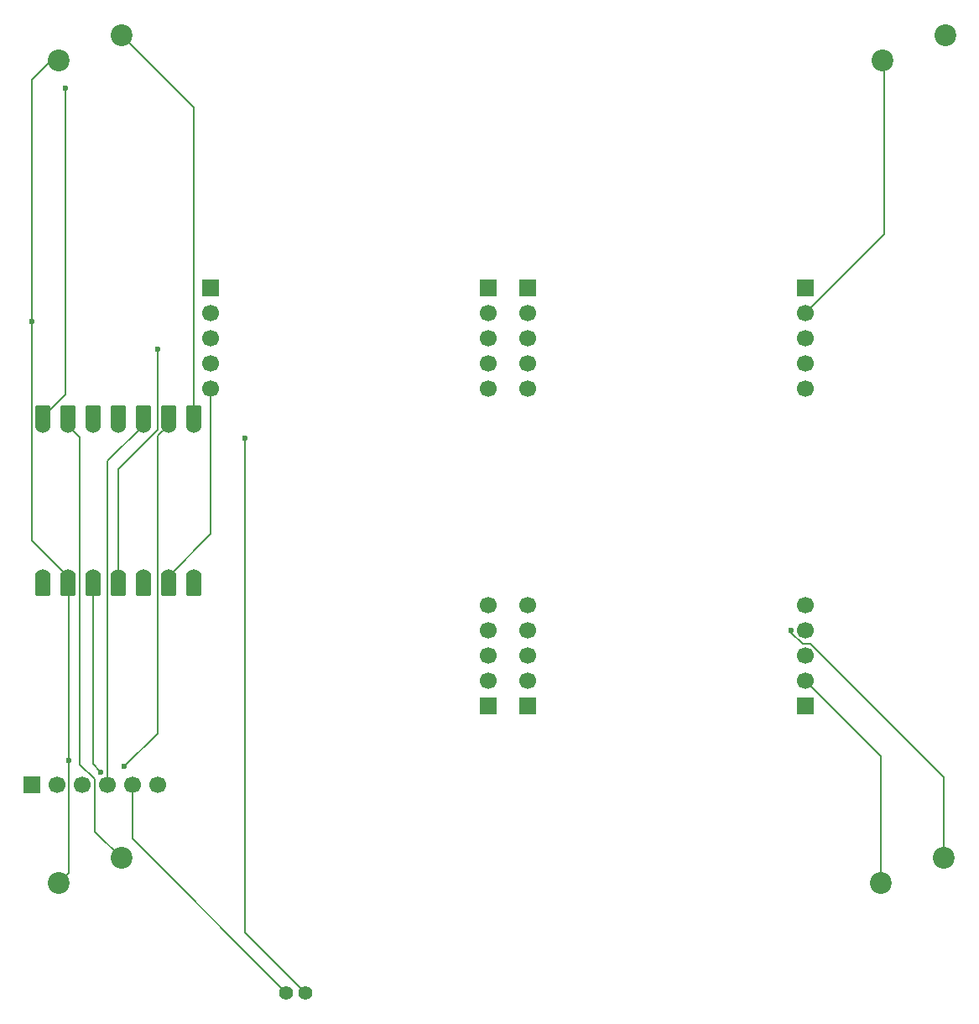
<source format=gbr>
%TF.GenerationSoftware,KiCad,Pcbnew,9.0.4*%
%TF.CreationDate,2025-08-31T14:54:27-04:00*%
%TF.ProjectId,wordclock,776f7264-636c-46f6-936b-2e6b69636164,rev?*%
%TF.SameCoordinates,Original*%
%TF.FileFunction,Copper,L2,Bot*%
%TF.FilePolarity,Positive*%
%FSLAX46Y46*%
G04 Gerber Fmt 4.6, Leading zero omitted, Abs format (unit mm)*
G04 Created by KiCad (PCBNEW 9.0.4) date 2025-08-31 14:54:27*
%MOMM*%
%LPD*%
G01*
G04 APERTURE LIST*
G04 Aperture macros list*
%AMRoundRect*
0 Rectangle with rounded corners*
0 $1 Rounding radius*
0 $2 $3 $4 $5 $6 $7 $8 $9 X,Y pos of 4 corners*
0 Add a 4 corners polygon primitive as box body*
4,1,4,$2,$3,$4,$5,$6,$7,$8,$9,$2,$3,0*
0 Add four circle primitives for the rounded corners*
1,1,$1+$1,$2,$3*
1,1,$1+$1,$4,$5*
1,1,$1+$1,$6,$7*
1,1,$1+$1,$8,$9*
0 Add four rect primitives between the rounded corners*
20,1,$1+$1,$2,$3,$4,$5,0*
20,1,$1+$1,$4,$5,$6,$7,0*
20,1,$1+$1,$6,$7,$8,$9,0*
20,1,$1+$1,$8,$9,$2,$3,0*%
G04 Aperture macros list end*
%TA.AperFunction,ComponentPad*%
%ADD10R,1.700000X1.700000*%
%TD*%
%TA.AperFunction,ComponentPad*%
%ADD11C,1.700000*%
%TD*%
%TA.AperFunction,ComponentPad*%
%ADD12C,2.200000*%
%TD*%
%TA.AperFunction,ComponentPad*%
%ADD13C,1.400000*%
%TD*%
%TA.AperFunction,SMDPad,CuDef*%
%ADD14RoundRect,0.152400X0.609600X-1.063600X0.609600X1.063600X-0.609600X1.063600X-0.609600X-1.063600X0*%
%TD*%
%TA.AperFunction,ComponentPad*%
%ADD15C,1.524000*%
%TD*%
%TA.AperFunction,SMDPad,CuDef*%
%ADD16RoundRect,0.152400X-0.609600X1.063600X-0.609600X-1.063600X0.609600X-1.063600X0.609600X1.063600X0*%
%TD*%
%TA.AperFunction,ViaPad*%
%ADD17C,0.600000*%
%TD*%
%TA.AperFunction,Conductor*%
%ADD18C,0.200000*%
%TD*%
G04 APERTURE END LIST*
D10*
%TO.P,J4,1,Pin_1*%
%TO.N,+3V3*%
X170500000Y-73960000D03*
D11*
%TO.P,J4,2,Pin_2*%
%TO.N,GND*%
X170500000Y-76500000D03*
%TO.P,J4,3,Pin_3*%
%TO.N,DIN3*%
X170500000Y-79040000D03*
%TO.P,J4,4,Pin_4*%
%TO.N,CS3*%
X170500000Y-81580000D03*
%TO.P,J4,5,Pin_5*%
%TO.N,CLK*%
X170500000Y-84120000D03*
%TD*%
D10*
%TO.P,J5,1,Pin_1*%
%TO.N,+3V3*%
X142500000Y-116160000D03*
D11*
%TO.P,J5,2,Pin_2*%
%TO.N,GND*%
X142500000Y-113620000D03*
%TO.P,J5,3,Pin_3*%
%TO.N,DIN4*%
X142500000Y-111080000D03*
%TO.P,J5,4,Pin_4*%
%TO.N,CS4*%
X142500000Y-108540000D03*
%TO.P,J5,5,Pin_5*%
%TO.N,CLK*%
X142500000Y-106000000D03*
%TD*%
D10*
%TO.P,J6,1,Pin_1*%
%TO.N,+3V3*%
X142500000Y-73960000D03*
D11*
%TO.P,J6,2,Pin_2*%
%TO.N,GND*%
X142500000Y-76500000D03*
%TO.P,J6,3,Pin_3*%
%TO.N,DIN2*%
X142500000Y-79040000D03*
%TO.P,J6,4,Pin_4*%
%TO.N,CS2*%
X142500000Y-81580000D03*
%TO.P,J6,5,Pin_5*%
%TO.N,CLK*%
X142500000Y-84120000D03*
%TD*%
D12*
%TO.P,SW3,1,1*%
%TO.N,B2*%
X184460000Y-131500000D03*
%TO.P,SW3,2,2*%
%TO.N,GND*%
X178110000Y-134040000D03*
%TD*%
D10*
%TO.P,J1,1,Pin_1*%
%TO.N,+3V3*%
X110500000Y-73960000D03*
D11*
%TO.P,J1,2,Pin_2*%
%TO.N,GND*%
X110500000Y-76500000D03*
%TO.P,J1,3,Pin_3*%
%TO.N,DIN*%
X110500000Y-79040000D03*
%TO.P,J1,4,Pin_4*%
%TO.N,CS*%
X110500000Y-81580000D03*
%TO.P,J1,5,Pin_5*%
%TO.N,CLK*%
X110500000Y-84120000D03*
%TD*%
D10*
%TO.P,J8,1,Pin_1*%
%TO.N,+3V3*%
X138500000Y-116160000D03*
D11*
%TO.P,J8,2,Pin_2*%
%TO.N,GND*%
X138500000Y-113620000D03*
%TO.P,J8,3,Pin_3*%
%TO.N,DIN4*%
X138500000Y-111080000D03*
%TO.P,J8,4,Pin_4*%
%TO.N,CS4*%
X138500000Y-108540000D03*
%TO.P,J8,5,Pin_5*%
%TO.N,CLK*%
X138500000Y-106000000D03*
%TD*%
D12*
%TO.P,SW4,1,1*%
%TO.N,B4*%
X101460000Y-131500000D03*
%TO.P,SW4,2,2*%
%TO.N,GND*%
X95110000Y-134040000D03*
%TD*%
D13*
%TO.P,R1,1*%
%TO.N,+3V3*%
X118100000Y-145080000D03*
%TO.P,R1,2*%
%TO.N,PHOTO*%
X120000000Y-145080000D03*
%TD*%
D10*
%TO.P,J3,1,Pin_1*%
%TO.N,+3V3*%
X138500000Y-73960000D03*
D11*
%TO.P,J3,2,Pin_2*%
%TO.N,GND*%
X138500000Y-76500000D03*
%TO.P,J3,3,Pin_3*%
%TO.N,DIN2*%
X138500000Y-79040000D03*
%TO.P,J3,4,Pin_4*%
%TO.N,CS2*%
X138500000Y-81580000D03*
%TO.P,J3,5,Pin_5*%
%TO.N,CLK*%
X138500000Y-84120000D03*
%TD*%
D10*
%TO.P,J7,1,Pin_1*%
%TO.N,+3V3*%
X170500000Y-116160000D03*
D11*
%TO.P,J7,2,Pin_2*%
%TO.N,GND*%
X170500000Y-113620000D03*
%TO.P,J7,3,Pin_3*%
%TO.N,DIN3*%
X170500000Y-111080000D03*
%TO.P,J7,4,Pin_4*%
%TO.N,CS3*%
X170500000Y-108540000D03*
%TO.P,J7,5,Pin_5*%
%TO.N,CLK*%
X170500000Y-106000000D03*
%TD*%
D12*
%TO.P,SW2,1,1*%
%TO.N,B3*%
X184620000Y-48500000D03*
%TO.P,SW2,2,2*%
%TO.N,GND*%
X178270000Y-51040000D03*
%TD*%
%TO.P,SW1,1,1*%
%TO.N,B1*%
X101460000Y-48500000D03*
%TO.P,SW1,2,2*%
%TO.N,GND*%
X95110000Y-51040000D03*
%TD*%
D10*
%TO.P,J2,1,Pin_1*%
%TO.N,unconnected-(J2-Pin_1-Pad1)*%
X92420000Y-124080000D03*
D11*
%TO.P,J2,2,Pin_2*%
%TO.N,unconnected-(J2-Pin_2-Pad2)*%
X94960000Y-124080000D03*
%TO.P,J2,3,Pin_3*%
%TO.N,SCL*%
X97500000Y-124080000D03*
%TO.P,J2,4,Pin_4*%
%TO.N,SDA*%
X100040000Y-124080000D03*
%TO.P,J2,5,Pin_5*%
%TO.N,+3V3*%
X102580000Y-124080000D03*
%TO.P,J2,6,Pin_6*%
%TO.N,GND*%
X105120000Y-124080000D03*
%TD*%
D14*
%TO.P,U1,1,GPIO26/ADC0/A0*%
%TO.N,B3*%
X93500000Y-87005000D03*
D15*
X93500000Y-87840000D03*
D14*
%TO.P,U1,2,GPIO27/ADC1/A1*%
%TO.N,B4*%
X96040000Y-87005000D03*
D15*
X96040000Y-87840000D03*
D14*
%TO.P,U1,3,GPIO28/ADC2/A2*%
%TO.N,CS*%
X98580000Y-87005000D03*
D15*
X98580000Y-87840000D03*
D14*
%TO.P,U1,4,GPIO29/ADC3/A3*%
%TO.N,PHOTO*%
X101120000Y-87005000D03*
D15*
X101120000Y-87840000D03*
D14*
%TO.P,U1,5,GPIO6/SDA*%
%TO.N,SDA*%
X103660000Y-87005000D03*
D15*
X103660000Y-87840000D03*
D14*
%TO.P,U1,6,GPIO7/SCL*%
%TO.N,SCL*%
X106200000Y-87005000D03*
D15*
X106200000Y-87840000D03*
D14*
%TO.P,U1,7,GPIO0/TX*%
%TO.N,B1*%
X108740000Y-87005000D03*
D15*
X108740000Y-87840000D03*
%TO.P,U1,8,GPIO1/RX*%
%TO.N,B2*%
X108740000Y-103080000D03*
D16*
X108740000Y-103915000D03*
D15*
%TO.P,U1,9,GPIO2/SCK*%
%TO.N,CLK*%
X106200000Y-103080000D03*
D16*
X106200000Y-103915000D03*
D15*
%TO.P,U1,10,GPIO4/MISO*%
%TO.N,unconnected-(U1-GPIO4{slash}MISO-Pad10)*%
X103660000Y-103080000D03*
D16*
%TO.N,unconnected-(U1-GPIO4{slash}MISO-Pad10)_1*%
X103660000Y-103915000D03*
D15*
%TO.P,U1,11,GPIO3/MOSI*%
%TO.N,DIN*%
X101120000Y-103080000D03*
D16*
X101120000Y-103915000D03*
D15*
%TO.P,U1,12,3V3*%
%TO.N,+3V3*%
X98580000Y-103080000D03*
D16*
X98580000Y-103915000D03*
D15*
%TO.P,U1,13,GND*%
%TO.N,GND*%
X96040000Y-103080000D03*
D16*
X96040000Y-103915000D03*
D15*
%TO.P,U1,14,VBUS*%
%TO.N,unconnected-(U1-VBUS-Pad14)*%
X93500000Y-103080000D03*
D16*
%TO.N,unconnected-(U1-VBUS-Pad14)_1*%
X93500000Y-103915000D03*
%TD*%
D17*
%TO.N,+3V3*%
X99374700Y-122822400D03*
%TO.N,DIN*%
X105117300Y-80171100D03*
%TO.N,GND*%
X96135000Y-121616900D03*
X92420200Y-77387900D03*
%TO.N,SCL*%
X101784700Y-122274300D03*
%TO.N,PHOTO*%
X113963100Y-89182300D03*
%TO.N,B3*%
X95805000Y-53799100D03*
%TO.N,B2*%
X169081100Y-108494100D03*
%TD*%
D18*
%TO.N,+3V3*%
X99374700Y-122822400D02*
X98580000Y-122027700D01*
X98580000Y-122027700D02*
X98580000Y-103915000D01*
X102580000Y-129560000D02*
X102580000Y-124080000D01*
X98580000Y-103915000D02*
X98580000Y-103080000D01*
X118100000Y-145080000D02*
X102580000Y-129560000D01*
%TO.N,CS*%
X98580000Y-87005000D02*
X98580000Y-87840000D01*
%TO.N,CLK*%
X106200000Y-103080000D02*
X110500000Y-98780000D01*
X106200000Y-103915000D02*
X106200000Y-103080000D01*
X110500000Y-98780000D02*
X110500000Y-84120000D01*
%TO.N,DIN*%
X101120000Y-92270700D02*
X101120000Y-103080000D01*
X101120000Y-103915000D02*
X101120000Y-103080000D01*
X105117300Y-88273400D02*
X101120000Y-92270700D01*
X105117300Y-80171100D02*
X105117300Y-88273400D01*
%TO.N,GND*%
X178270000Y-51040000D02*
X178441300Y-51211300D01*
X94353400Y-51040000D02*
X92420200Y-52973200D01*
X92420200Y-99460200D02*
X96040000Y-103080000D01*
X92420200Y-52973200D02*
X92420200Y-77387900D01*
X178441300Y-51211300D02*
X178441300Y-68558700D01*
X178110000Y-121230000D02*
X170500000Y-113620000D01*
X95110000Y-51040000D02*
X94353400Y-51040000D01*
X178441300Y-68558700D02*
X170500000Y-76500000D01*
X96135000Y-133015000D02*
X96135000Y-121616900D01*
X96135000Y-104010000D02*
X96040000Y-103915000D01*
X92420200Y-77387900D02*
X92420200Y-99460200D01*
X178110000Y-134040000D02*
X178110000Y-121230000D01*
X95110000Y-134040000D02*
X96135000Y-133015000D01*
X96135000Y-121616900D02*
X96135000Y-104010000D01*
X96040000Y-103915000D02*
X96040000Y-103080000D01*
%TO.N,SDA*%
X103660000Y-87005000D02*
X103660000Y-87422500D01*
X103660000Y-87672500D02*
X103660000Y-87840000D01*
X103660000Y-87631200D02*
X103660000Y-87672500D01*
X103660000Y-87840000D02*
X100040000Y-91460000D01*
X103660000Y-87422500D02*
X103660000Y-87631200D01*
X100040000Y-91460000D02*
X100040000Y-124080000D01*
%TO.N,SCL*%
X101784700Y-122274300D02*
X101784700Y-122220700D01*
X106200000Y-87005000D02*
X106200000Y-87422500D01*
X105128000Y-88912000D02*
X106200000Y-87840000D01*
X106200000Y-87463800D02*
X106200000Y-87840000D01*
X106200000Y-87422500D02*
X106200000Y-87463800D01*
X101784700Y-122220700D02*
X101784700Y-122274300D01*
X101784700Y-122274300D02*
X105128000Y-118931000D01*
X105128000Y-118931000D02*
X105128000Y-88912000D01*
%TO.N,PHOTO*%
X101120000Y-87005000D02*
X101120000Y-87840000D01*
X113963100Y-139043100D02*
X120000000Y-145080000D01*
X113963100Y-89182300D02*
X113963100Y-139043100D01*
%TO.N,B1*%
X108740000Y-87005000D02*
X108740000Y-55780000D01*
X108740000Y-55780000D02*
X101460000Y-48500000D01*
X108740000Y-87840000D02*
X108740000Y-87005000D01*
%TO.N,B3*%
X95805000Y-84700000D02*
X93500000Y-87005000D01*
X95805000Y-53799100D02*
X95805000Y-84700000D01*
X95805000Y-54073800D02*
X95805000Y-53799100D01*
X93500000Y-87840000D02*
X93500000Y-87005000D01*
X95805000Y-53799100D02*
X95805000Y-54073800D01*
%TO.N,B2*%
X170223500Y-109928300D02*
X169081100Y-108785900D01*
X108740000Y-103080000D02*
X108740000Y-103915000D01*
X171044700Y-109928300D02*
X170223500Y-109928300D01*
X169081100Y-108785900D02*
X169081100Y-108494100D01*
X184460000Y-123343600D02*
X171044700Y-109928300D01*
X184460000Y-131500000D02*
X184460000Y-123343600D01*
%TO.N,B4*%
X97300000Y-89100000D02*
X96040000Y-87840000D01*
X97300000Y-122050000D02*
X97300000Y-89100000D01*
X98770100Y-128810100D02*
X98770100Y-123520100D01*
X101460000Y-131500000D02*
X98770100Y-128810100D01*
X96040000Y-87005000D02*
X96040000Y-87840000D01*
X98770100Y-123520100D02*
X97300000Y-122050000D01*
%TD*%
M02*

</source>
